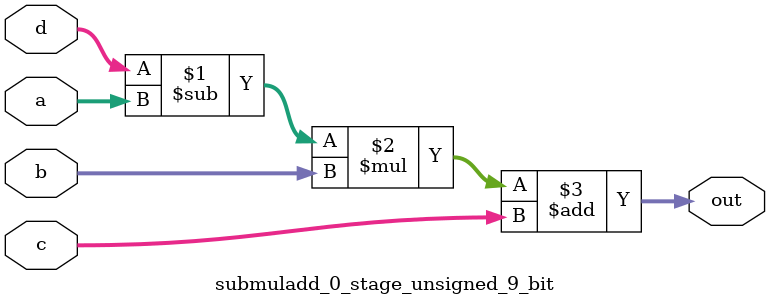
<source format=sv>
(* use_dsp = "yes" *) module submuladd_0_stage_unsigned_9_bit(
	input  [8:0] a,
	input  [8:0] b,
	input  [8:0] c,
	input  [8:0] d,
	output [8:0] out
	);

	assign out = ((d - a) * b) + c;
endmodule

</source>
